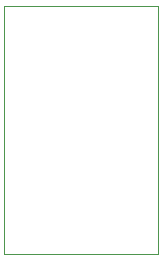
<source format=gbo>
%TF.GenerationSoftware,KiCad,Pcbnew,8.0.7*%
%TF.CreationDate,2025-02-05T23:04:40+01:00*%
%TF.ProjectId,YADCMCB,59414443-4d43-4422-9e6b-696361645f70,rev?*%
%TF.SameCoordinates,Original*%
%TF.FileFunction,Legend,Bot*%
%TF.FilePolarity,Positive*%
%FSLAX46Y46*%
G04 Gerber Fmt 4.6, Leading zero omitted, Abs format (unit mm)*
G04 Created by KiCad (PCBNEW 8.0.7) date 2025-02-05 23:04:40*
%MOMM*%
%LPD*%
G01*
G04 APERTURE LIST*
G04 Aperture macros list*
%AMRoundRect*
0 Rectangle with rounded corners*
0 $1 Rounding radius*
0 $2 $3 $4 $5 $6 $7 $8 $9 X,Y pos of 4 corners*
0 Add a 4 corners polygon primitive as box body*
4,1,4,$2,$3,$4,$5,$6,$7,$8,$9,$2,$3,0*
0 Add four circle primitives for the rounded corners*
1,1,$1+$1,$2,$3*
1,1,$1+$1,$4,$5*
1,1,$1+$1,$6,$7*
1,1,$1+$1,$8,$9*
0 Add four rect primitives between the rounded corners*
20,1,$1+$1,$2,$3,$4,$5,0*
20,1,$1+$1,$4,$5,$6,$7,0*
20,1,$1+$1,$6,$7,$8,$9,0*
20,1,$1+$1,$8,$9,$2,$3,0*%
G04 Aperture macros list end*
%ADD10C,0.100000*%
%ADD11R,1.500000X3.000000*%
%ADD12O,1.000000X1.800000*%
%ADD13O,1.000000X2.100000*%
%ADD14RoundRect,0.250000X-0.600000X-0.750000X0.600000X-0.750000X0.600000X0.750000X-0.600000X0.750000X0*%
%ADD15O,1.700000X2.000000*%
%ADD16RoundRect,0.250000X-0.600000X-0.725000X0.600000X-0.725000X0.600000X0.725000X-0.600000X0.725000X0*%
%ADD17O,1.700000X1.950000*%
%ADD18R,1.700000X1.700000*%
%ADD19O,1.700000X1.700000*%
%ADD20C,1.700000*%
%ADD21R,2.000000X2.000000*%
%ADD22O,2.000000X1.600000*%
G04 APERTURE END LIST*
%TO.C,U3*%
D10*
X10010000Y-840000D02*
X23010000Y-840000D01*
X23010000Y-21840000D01*
X10010000Y-21840000D01*
X10010000Y-840000D01*
%TD*%
%LPC*%
D11*
%TO.C,U3*%
X11510000Y-20090000D03*
D12*
X12260000Y-2090000D03*
D13*
X12260000Y-6090000D03*
D12*
X20760000Y-2090000D03*
D13*
X20760000Y-6090000D03*
D11*
X21510000Y-20090000D03*
%TD*%
D14*
%TO.C,J4*%
X25400000Y-60960000D03*
D15*
X27900000Y-60960000D03*
%TD*%
D16*
%TO.C,J5*%
X5080000Y-60960000D03*
D17*
X7580000Y-60960000D03*
X10080000Y-60960000D03*
X12580000Y-60960000D03*
X15080000Y-60960000D03*
X17580000Y-60960000D03*
%TD*%
D18*
%TO.C,J2*%
X5080000Y-40640000D03*
D19*
X7620000Y-40640000D03*
X10160000Y-40640000D03*
X12700000Y-40640000D03*
X15240000Y-40640000D03*
X17780000Y-40640000D03*
%TD*%
D18*
%TO.C,J3*%
X10160000Y-36195000D03*
D19*
X12700000Y-36195000D03*
X15240000Y-36195000D03*
X17780000Y-36195000D03*
X20320000Y-36195000D03*
X22860000Y-36195000D03*
%TD*%
D20*
%TO.C,U2*%
X22665000Y-56440000D03*
X25205000Y-56440000D03*
X22665000Y-53340000D03*
X25205000Y-53340000D03*
X21705000Y-48185000D03*
X21705000Y-45645000D03*
X7505000Y-48185000D03*
X7505000Y-45645000D03*
%TD*%
D21*
%TO.C,U1*%
X27940000Y-25400000D03*
D22*
X27940000Y-22860000D03*
X27940000Y-20320000D03*
X27940000Y-17780000D03*
X27940000Y-15240000D03*
X27940000Y-12700000D03*
X27940000Y-10160000D03*
X27940000Y-7620000D03*
X5080000Y-7620000D03*
X5080000Y-10160000D03*
X5080000Y-12700000D03*
X5080000Y-15240000D03*
X5080000Y-17780000D03*
X5080000Y-20320000D03*
X5080000Y-22860000D03*
X5080000Y-25400000D03*
%TD*%
D20*
%TO.C,U4*%
X8890000Y-26670000D03*
X8890000Y-29210000D03*
X8890000Y-31750000D03*
%TD*%
D18*
%TO.C,J1*%
X5080000Y-55880000D03*
D19*
X7620000Y-55880000D03*
X10160000Y-55880000D03*
X12700000Y-55880000D03*
X15240000Y-55880000D03*
X17780000Y-55880000D03*
%TD*%
%LPD*%
M02*

</source>
